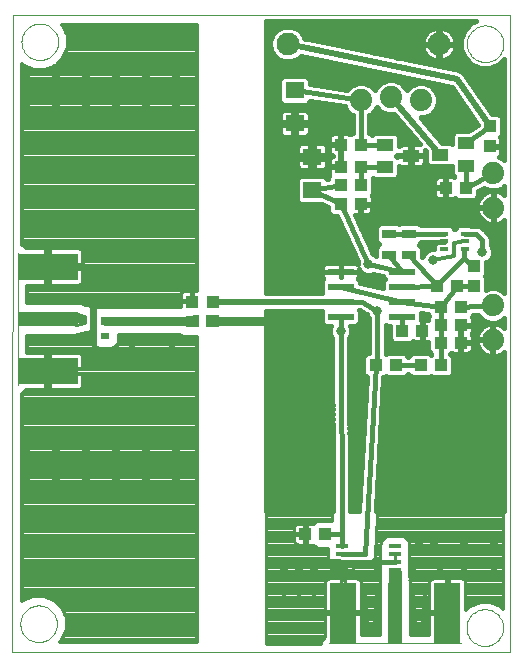
<source format=gtl>
G75*
G70*
%OFA0B0*%
%FSLAX24Y24*%
%IPPOS*%
%LPD*%
%AMOC8*
5,1,8,0,0,1.08239X$1,22.5*
%
%ADD10C,0.0000*%
%ADD11R,0.0472X0.0315*%
%ADD12R,0.0433X0.0394*%
%ADD13R,0.0276X0.0236*%
%ADD14R,0.0315X0.0315*%
%ADD15R,0.0630X0.0551*%
%ADD16C,0.0740*%
%ADD17R,0.2000X0.0450*%
%ADD18R,0.2000X0.0900*%
%ADD19C,0.0760*%
%ADD20R,0.0870X0.0240*%
%ADD21R,0.0551X0.0394*%
%ADD22R,0.0276X0.0157*%
%ADD23R,0.0394X0.0433*%
%ADD24R,0.0433X0.0157*%
%ADD25R,0.0450X0.2000*%
%ADD26R,0.0900X0.2000*%
%ADD27C,0.0160*%
%ADD28C,0.0317*%
%ADD29C,0.0120*%
%ADD30C,0.0100*%
%ADD31C,0.0140*%
%ADD32C,0.0277*%
%ADD33C,0.0300*%
%ADD34C,0.0110*%
%ADD35C,0.0200*%
D10*
X003680Y003559D02*
X003693Y024777D01*
X020273Y024777D01*
X020280Y003553D01*
X003680Y003559D01*
X003943Y004498D02*
X003945Y004547D01*
X003951Y004596D01*
X003961Y004644D01*
X003974Y004691D01*
X003992Y004737D01*
X004013Y004781D01*
X004037Y004824D01*
X004065Y004864D01*
X004096Y004903D01*
X004130Y004938D01*
X004167Y004971D01*
X004206Y005000D01*
X004248Y005026D01*
X004291Y005049D01*
X004337Y005068D01*
X004383Y005084D01*
X004431Y005096D01*
X004479Y005104D01*
X004528Y005108D01*
X004578Y005108D01*
X004627Y005104D01*
X004675Y005096D01*
X004723Y005084D01*
X004769Y005068D01*
X004815Y005049D01*
X004858Y005026D01*
X004900Y005000D01*
X004939Y004971D01*
X004976Y004938D01*
X005010Y004903D01*
X005041Y004864D01*
X005069Y004824D01*
X005093Y004781D01*
X005114Y004737D01*
X005132Y004691D01*
X005145Y004644D01*
X005155Y004596D01*
X005161Y004547D01*
X005163Y004498D01*
X005161Y004449D01*
X005155Y004400D01*
X005145Y004352D01*
X005132Y004305D01*
X005114Y004259D01*
X005093Y004215D01*
X005069Y004172D01*
X005041Y004132D01*
X005010Y004093D01*
X004976Y004058D01*
X004939Y004025D01*
X004900Y003996D01*
X004858Y003970D01*
X004815Y003947D01*
X004769Y003928D01*
X004723Y003912D01*
X004675Y003900D01*
X004627Y003892D01*
X004578Y003888D01*
X004528Y003888D01*
X004479Y003892D01*
X004431Y003900D01*
X004383Y003912D01*
X004337Y003928D01*
X004291Y003947D01*
X004248Y003970D01*
X004206Y003996D01*
X004167Y004025D01*
X004130Y004058D01*
X004096Y004093D01*
X004065Y004132D01*
X004037Y004172D01*
X004013Y004215D01*
X003992Y004259D01*
X003974Y004305D01*
X003961Y004352D01*
X003951Y004400D01*
X003945Y004449D01*
X003943Y004498D01*
X003851Y012448D02*
X003851Y016848D01*
X003980Y023893D02*
X003982Y023942D01*
X003988Y023991D01*
X003998Y024039D01*
X004011Y024086D01*
X004029Y024132D01*
X004050Y024176D01*
X004074Y024219D01*
X004102Y024259D01*
X004133Y024298D01*
X004167Y024333D01*
X004204Y024366D01*
X004243Y024395D01*
X004285Y024421D01*
X004328Y024444D01*
X004374Y024463D01*
X004420Y024479D01*
X004468Y024491D01*
X004516Y024499D01*
X004565Y024503D01*
X004615Y024503D01*
X004664Y024499D01*
X004712Y024491D01*
X004760Y024479D01*
X004806Y024463D01*
X004852Y024444D01*
X004895Y024421D01*
X004937Y024395D01*
X004976Y024366D01*
X005013Y024333D01*
X005047Y024298D01*
X005078Y024259D01*
X005106Y024219D01*
X005130Y024176D01*
X005151Y024132D01*
X005169Y024086D01*
X005182Y024039D01*
X005192Y023991D01*
X005198Y023942D01*
X005200Y023893D01*
X005198Y023844D01*
X005192Y023795D01*
X005182Y023747D01*
X005169Y023700D01*
X005151Y023654D01*
X005130Y023610D01*
X005106Y023567D01*
X005078Y023527D01*
X005047Y023488D01*
X005013Y023453D01*
X004976Y023420D01*
X004937Y023391D01*
X004895Y023365D01*
X004852Y023342D01*
X004806Y023323D01*
X004760Y023307D01*
X004712Y023295D01*
X004664Y023287D01*
X004615Y023283D01*
X004565Y023283D01*
X004516Y023287D01*
X004468Y023295D01*
X004420Y023307D01*
X004374Y023323D01*
X004328Y023342D01*
X004285Y023365D01*
X004243Y023391D01*
X004204Y023420D01*
X004167Y023453D01*
X004133Y023488D01*
X004102Y023527D01*
X004074Y023567D01*
X004050Y023610D01*
X004029Y023654D01*
X004011Y023700D01*
X003998Y023747D01*
X003988Y023795D01*
X003982Y023844D01*
X003980Y023893D01*
X018827Y023832D02*
X018829Y023881D01*
X018835Y023930D01*
X018845Y023978D01*
X018858Y024025D01*
X018876Y024071D01*
X018897Y024115D01*
X018921Y024158D01*
X018949Y024198D01*
X018980Y024237D01*
X019014Y024272D01*
X019051Y024305D01*
X019090Y024334D01*
X019132Y024360D01*
X019175Y024383D01*
X019221Y024402D01*
X019267Y024418D01*
X019315Y024430D01*
X019363Y024438D01*
X019412Y024442D01*
X019462Y024442D01*
X019511Y024438D01*
X019559Y024430D01*
X019607Y024418D01*
X019653Y024402D01*
X019699Y024383D01*
X019742Y024360D01*
X019784Y024334D01*
X019823Y024305D01*
X019860Y024272D01*
X019894Y024237D01*
X019925Y024198D01*
X019953Y024158D01*
X019977Y024115D01*
X019998Y024071D01*
X020016Y024025D01*
X020029Y023978D01*
X020039Y023930D01*
X020045Y023881D01*
X020047Y023832D01*
X020045Y023783D01*
X020039Y023734D01*
X020029Y023686D01*
X020016Y023639D01*
X019998Y023593D01*
X019977Y023549D01*
X019953Y023506D01*
X019925Y023466D01*
X019894Y023427D01*
X019860Y023392D01*
X019823Y023359D01*
X019784Y023330D01*
X019742Y023304D01*
X019699Y023281D01*
X019653Y023262D01*
X019607Y023246D01*
X019559Y023234D01*
X019511Y023226D01*
X019462Y023222D01*
X019412Y023222D01*
X019363Y023226D01*
X019315Y023234D01*
X019267Y023246D01*
X019221Y023262D01*
X019175Y023281D01*
X019132Y023304D01*
X019090Y023330D01*
X019051Y023359D01*
X019014Y023392D01*
X018980Y023427D01*
X018949Y023466D01*
X018921Y023506D01*
X018897Y023549D01*
X018876Y023593D01*
X018858Y023639D01*
X018845Y023686D01*
X018835Y023734D01*
X018829Y023783D01*
X018827Y023832D01*
X018815Y004369D02*
X018817Y004418D01*
X018823Y004467D01*
X018833Y004515D01*
X018846Y004562D01*
X018864Y004608D01*
X018885Y004652D01*
X018909Y004695D01*
X018937Y004735D01*
X018968Y004774D01*
X019002Y004809D01*
X019039Y004842D01*
X019078Y004871D01*
X019120Y004897D01*
X019163Y004920D01*
X019209Y004939D01*
X019255Y004955D01*
X019303Y004967D01*
X019351Y004975D01*
X019400Y004979D01*
X019450Y004979D01*
X019499Y004975D01*
X019547Y004967D01*
X019595Y004955D01*
X019641Y004939D01*
X019687Y004920D01*
X019730Y004897D01*
X019772Y004871D01*
X019811Y004842D01*
X019848Y004809D01*
X019882Y004774D01*
X019913Y004735D01*
X019941Y004695D01*
X019965Y004652D01*
X019986Y004608D01*
X020004Y004562D01*
X020017Y004515D01*
X020027Y004467D01*
X020033Y004418D01*
X020035Y004369D01*
X020033Y004320D01*
X020027Y004271D01*
X020017Y004223D01*
X020004Y004176D01*
X019986Y004130D01*
X019965Y004086D01*
X019941Y004043D01*
X019913Y004003D01*
X019882Y003964D01*
X019848Y003929D01*
X019811Y003896D01*
X019772Y003867D01*
X019730Y003841D01*
X019687Y003818D01*
X019641Y003799D01*
X019595Y003783D01*
X019547Y003771D01*
X019499Y003763D01*
X019450Y003759D01*
X019400Y003759D01*
X019351Y003763D01*
X019303Y003771D01*
X019255Y003783D01*
X019209Y003799D01*
X019163Y003818D01*
X019120Y003841D01*
X019078Y003867D01*
X019039Y003896D01*
X019002Y003929D01*
X018968Y003964D01*
X018937Y004003D01*
X018909Y004043D01*
X018885Y004086D01*
X018864Y004130D01*
X018846Y004176D01*
X018833Y004223D01*
X018823Y004271D01*
X018817Y004320D01*
X018815Y004369D01*
X018635Y003851D02*
X014235Y003851D01*
D11*
X016233Y016786D03*
X016233Y017495D03*
X016898Y017492D03*
X016898Y016783D03*
D12*
X017843Y015740D03*
X018512Y015740D03*
X018628Y015056D03*
X018627Y014448D03*
X018628Y013871D03*
X017959Y013871D03*
X017958Y014448D03*
X017959Y015056D03*
X017346Y014253D03*
X016677Y014253D03*
X016459Y013111D03*
X015790Y013111D03*
X017290Y013111D03*
X017959Y013111D03*
X015291Y018485D03*
X015289Y019113D03*
X015287Y019726D03*
X014618Y019726D03*
X014620Y019113D03*
X014622Y018485D03*
X014625Y020472D03*
X015294Y020472D03*
X018123Y019030D03*
X018792Y019030D03*
X010350Y015237D03*
G36*
X010560Y014382D02*
X010129Y014381D01*
X010128Y014774D01*
X010559Y014775D01*
X010560Y014382D01*
G37*
G36*
X009890Y014380D02*
X009459Y014379D01*
X009458Y014772D01*
X009889Y014773D01*
X009890Y014380D01*
G37*
X009681Y015237D03*
X013442Y007487D03*
X014111Y007487D03*
D13*
X006780Y014100D03*
X005989Y014100D03*
X005989Y014616D03*
D14*
X006780Y014577D03*
D15*
X013087Y021175D03*
X013087Y022278D03*
X013667Y020063D03*
X013667Y018960D03*
D16*
X015297Y021947D03*
X016297Y022047D03*
X017297Y021947D03*
X019706Y019512D03*
X019706Y018372D03*
X019696Y015106D03*
X019696Y013966D03*
D17*
X004861Y014648D03*
D18*
X004861Y016388D03*
X004861Y012908D03*
D19*
X012857Y023819D03*
X017897Y023819D03*
D20*
X016677Y016238D03*
X016677Y015738D03*
X016677Y015238D03*
X016677Y014738D03*
X014617Y014738D03*
X014617Y015238D03*
X014617Y015738D03*
X014617Y016238D03*
D21*
X016098Y019724D03*
X016098Y020472D03*
X016964Y020098D03*
X017927Y020136D03*
X018793Y020510D03*
X018793Y019762D03*
D22*
X018749Y017496D03*
X018749Y017240D03*
X018749Y016984D03*
X018080Y016984D03*
X018080Y017240D03*
X018080Y017496D03*
D23*
X019076Y016409D03*
X019076Y015740D03*
X019590Y020409D03*
X019590Y021078D03*
D24*
X016436Y007073D03*
X016436Y006817D03*
X016436Y006561D03*
X016436Y006305D03*
X014664Y006305D03*
X014664Y006561D03*
X014664Y006817D03*
X014664Y007073D03*
D25*
X016435Y004861D03*
D26*
X014695Y004861D03*
X018175Y004861D03*
D27*
X016436Y006561D02*
X014664Y006561D01*
X014664Y006817D02*
X015427Y006817D01*
X015790Y013111D01*
X015848Y013111D02*
X015848Y014926D01*
X015333Y015237D01*
X014617Y015238D01*
X014617Y015738D02*
X016677Y015238D01*
X017959Y015056D01*
X018512Y015740D01*
X019075Y015740D01*
X019076Y015740D01*
X019472Y015761D02*
X020076Y015761D01*
X020076Y015603D02*
X019986Y015603D01*
X020019Y015589D02*
X019809Y015676D01*
X019583Y015676D01*
X019472Y015630D01*
X019472Y016039D01*
X019437Y016075D01*
X019472Y016110D01*
X019472Y016557D01*
X019551Y016590D01*
X019651Y016691D01*
X019706Y016822D01*
X019706Y016965D01*
X019651Y017097D01*
X019628Y017121D01*
X019628Y017288D01*
X019628Y017343D01*
X019628Y017344D01*
X019607Y017395D01*
X019586Y017446D01*
X019585Y017447D01*
X019546Y017486D01*
X019384Y017650D01*
X019345Y017689D01*
X019306Y017728D01*
X019306Y017728D01*
X019305Y017729D01*
X019254Y017750D01*
X019204Y017771D01*
X019203Y017771D01*
X019202Y017772D01*
X019147Y017772D01*
X019092Y017772D01*
X019092Y017772D01*
X018973Y017772D01*
X018970Y017775D01*
X018529Y017775D01*
X018415Y017661D01*
X018301Y017775D01*
X018138Y017775D01*
X018135Y017776D01*
X017293Y017773D01*
X017217Y017849D01*
X016579Y017849D01*
X016566Y017837D01*
X016552Y017852D01*
X015913Y017852D01*
X015796Y017735D01*
X015796Y017254D01*
X015910Y017140D01*
X015796Y017026D01*
X015796Y016744D01*
X015750Y016790D01*
X015706Y016808D01*
X015105Y018108D01*
X015273Y018108D01*
X015273Y018466D01*
X015310Y018466D01*
X015310Y018503D01*
X015688Y018503D01*
X015688Y018705D01*
X015676Y018751D01*
X015657Y018784D01*
X015706Y018833D01*
X015706Y019360D01*
X015739Y019327D01*
X016456Y019327D01*
X016573Y019444D01*
X016573Y019761D01*
X016578Y019757D01*
X016619Y019733D01*
X016665Y019721D01*
X016946Y019721D01*
X016946Y020079D01*
X016982Y020079D01*
X016982Y019721D01*
X017263Y019721D01*
X017309Y019733D01*
X017350Y019757D01*
X017384Y019790D01*
X017407Y019831D01*
X017420Y019877D01*
X017420Y020079D01*
X016982Y020079D01*
X016982Y020116D01*
X016946Y020116D01*
X016946Y020474D01*
X016665Y020474D01*
X016619Y020462D01*
X016578Y020439D01*
X016573Y020434D01*
X016573Y020751D01*
X016456Y020868D01*
X015739Y020868D01*
X015667Y020796D01*
X015594Y020869D01*
X015575Y020869D01*
X015576Y021445D01*
X015620Y021463D01*
X015780Y021624D01*
X015819Y021718D01*
X015974Y021563D01*
X016183Y021477D01*
X016399Y021477D01*
X016819Y021002D01*
X017256Y020474D01*
X016982Y020474D01*
X016982Y020116D01*
X017420Y020116D01*
X017420Y020277D01*
X017451Y020239D01*
X017451Y019856D01*
X017568Y019739D01*
X018285Y019739D01*
X018317Y019771D01*
X018317Y019482D01*
X018403Y019396D01*
X018363Y019406D01*
X018141Y019406D01*
X018141Y019048D01*
X018105Y019048D01*
X018105Y019406D01*
X017883Y019406D01*
X017837Y019394D01*
X017796Y019371D01*
X017762Y019337D01*
X017739Y019296D01*
X017726Y019250D01*
X017726Y019048D01*
X018105Y019048D01*
X018105Y019011D01*
X018141Y019011D01*
X018141Y018653D01*
X018363Y018653D01*
X018409Y018665D01*
X018442Y018684D01*
X018493Y018633D01*
X019092Y018633D01*
X019209Y018750D01*
X019209Y018933D01*
X019387Y019027D01*
X019592Y018942D01*
X019819Y018942D01*
X020029Y019028D01*
X020075Y019074D01*
X020075Y018780D01*
X020064Y018791D01*
X019994Y018842D01*
X019917Y018881D01*
X019834Y018908D01*
X019749Y018922D01*
X019724Y018922D01*
X019724Y018390D01*
X019687Y018390D01*
X019687Y018353D01*
X019724Y018353D01*
X019724Y017822D01*
X019687Y017822D01*
X019687Y018353D01*
X019156Y018353D01*
X019156Y018328D01*
X019169Y018243D01*
X019196Y018161D01*
X019235Y018083D01*
X019286Y018013D01*
X019347Y017952D01*
X019417Y017901D01*
X019495Y017862D01*
X019577Y017835D01*
X019662Y017822D01*
X017244Y017822D01*
X016898Y017492D02*
X018080Y017496D01*
X018080Y017240D02*
X018074Y017237D01*
X017837Y017237D01*
X017768Y017178D01*
X017525Y017078D01*
X017625Y016985D02*
X017494Y016930D01*
X017393Y016830D01*
X017343Y016709D01*
X017334Y016719D01*
X017334Y017023D01*
X017220Y017137D01*
X017296Y017213D01*
X017762Y017215D01*
X017762Y017166D01*
X017742Y017146D01*
X017742Y016985D01*
X017625Y016985D01*
X017742Y017029D02*
X017328Y017029D01*
X017334Y016871D02*
X017434Y016871D01*
X017344Y016712D02*
X017340Y016712D01*
X016898Y016783D02*
X017843Y015740D01*
X017843Y015793D01*
X018747Y016697D01*
X019034Y016409D01*
X018747Y016697D02*
X018747Y016977D01*
X018749Y016984D01*
X018751Y017492D02*
X019147Y017492D01*
X019348Y017289D01*
X019348Y016894D01*
X019679Y017029D02*
X020075Y017029D01*
X020075Y016871D02*
X019706Y016871D01*
X019660Y016712D02*
X020075Y016712D01*
X020075Y016554D02*
X019472Y016554D01*
X019472Y016395D02*
X020075Y016395D01*
X020075Y016237D02*
X019472Y016237D01*
X019441Y016078D02*
X020075Y016078D01*
X020076Y015920D02*
X019472Y015920D01*
X020019Y015589D02*
X020076Y015532D01*
X020075Y017963D01*
X020064Y017952D01*
X019994Y017901D01*
X019917Y017862D01*
X019834Y017835D01*
X019749Y017822D01*
X020075Y017822D01*
X020075Y017663D02*
X019371Y017663D01*
X019384Y017650D02*
X019384Y017650D01*
X019528Y017505D02*
X020075Y017505D01*
X020075Y017346D02*
X019627Y017346D01*
X019628Y017344D02*
X019628Y017344D01*
X019585Y017447D02*
X019585Y017447D01*
X019628Y017188D02*
X020075Y017188D01*
X019749Y017822D02*
X019724Y017822D01*
X019687Y017822D02*
X019662Y017822D01*
X019687Y017980D02*
X019724Y017980D01*
X019724Y018139D02*
X019687Y018139D01*
X019687Y018297D02*
X019724Y018297D01*
X019687Y018390D02*
X019156Y018390D01*
X019156Y018415D01*
X019169Y018500D01*
X019196Y018583D01*
X019235Y018660D01*
X019286Y018730D01*
X019347Y018791D01*
X019417Y018842D01*
X019495Y018881D01*
X019577Y018908D01*
X019662Y018922D01*
X019687Y018922D01*
X019687Y018390D01*
X019687Y018456D02*
X019724Y018456D01*
X019724Y018614D02*
X019687Y018614D01*
X019687Y018773D02*
X019724Y018773D01*
X019329Y018773D02*
X019209Y018773D01*
X019209Y018931D02*
X020075Y018931D01*
X019706Y019512D02*
X018792Y019030D01*
X018793Y019762D01*
X018317Y019724D02*
X017274Y019724D01*
X017420Y019882D02*
X017451Y019882D01*
X017451Y020041D02*
X017420Y020041D01*
X017420Y020199D02*
X017451Y020199D01*
X017221Y020516D02*
X016573Y020516D01*
X016573Y020675D02*
X017090Y020675D01*
X016958Y020833D02*
X016492Y020833D01*
X016827Y020992D02*
X015575Y020992D01*
X015575Y021150D02*
X016688Y021150D01*
X016548Y021309D02*
X015576Y021309D01*
X015623Y021467D02*
X016408Y021467D01*
X015911Y021626D02*
X015781Y021626D01*
X015297Y021947D02*
X015294Y020472D01*
X016098Y020472D01*
X016479Y020098D02*
X016508Y020127D01*
X016508Y020116D01*
X016946Y020116D01*
X016946Y020079D01*
X016508Y020079D01*
X016508Y020068D01*
X016479Y020098D01*
X016573Y019724D02*
X016654Y019724D01*
X016573Y019565D02*
X018317Y019565D01*
X018392Y019407D02*
X016536Y019407D01*
X016946Y019724D02*
X016982Y019724D01*
X016982Y019882D02*
X016946Y019882D01*
X016946Y020041D02*
X016982Y020041D01*
X016982Y020199D02*
X016946Y020199D01*
X016946Y020358D02*
X016982Y020358D01*
X017606Y020992D02*
X018987Y020992D01*
X018867Y020906D02*
X018434Y020906D01*
X018317Y020789D01*
X018317Y020500D01*
X018285Y020532D01*
X017987Y020532D01*
X017313Y021346D01*
X017311Y021350D01*
X017288Y021377D01*
X017410Y021377D01*
X017620Y021463D01*
X017780Y021624D01*
X017867Y021833D01*
X017867Y022060D01*
X017780Y022270D01*
X017620Y022430D01*
X017410Y022517D01*
X017183Y022517D01*
X016974Y022430D01*
X016819Y022275D01*
X016780Y022370D01*
X016620Y022530D01*
X016410Y022617D01*
X016183Y022617D01*
X015974Y022530D01*
X015813Y022370D01*
X015774Y022275D01*
X015620Y022430D01*
X015410Y022517D01*
X015183Y022517D01*
X014974Y022430D01*
X014842Y022298D01*
X013602Y022484D01*
X013602Y022636D01*
X013484Y022753D01*
X012689Y022753D01*
X012572Y022636D01*
X012572Y021919D01*
X012689Y021802D01*
X013484Y021802D01*
X013600Y021918D01*
X014764Y021743D01*
X014813Y021624D01*
X014974Y021463D01*
X015016Y021446D01*
X015015Y020869D01*
X014995Y020869D01*
X014944Y020818D01*
X014911Y020836D01*
X014865Y020849D01*
X014644Y020849D01*
X014644Y020490D01*
X014607Y020490D01*
X014607Y020453D01*
X014644Y020453D01*
X014644Y020103D01*
X014636Y020103D01*
X014636Y019744D01*
X014600Y019744D01*
X014600Y020095D01*
X014607Y020095D01*
X014607Y020453D01*
X014229Y020453D01*
X014229Y020251D01*
X014241Y020206D01*
X014265Y020164D01*
X014298Y020131D01*
X014339Y020107D01*
X014367Y020100D01*
X014332Y020090D01*
X014291Y020067D01*
X014257Y020033D01*
X014234Y019992D01*
X014221Y019946D01*
X014221Y019744D01*
X014600Y019744D01*
X014600Y019707D01*
X014221Y019707D01*
X014221Y019505D01*
X014234Y019459D01*
X014247Y019436D01*
X014204Y019392D01*
X014204Y019330D01*
X014175Y019325D01*
X014064Y019436D01*
X013269Y019436D01*
X013152Y019319D01*
X013152Y018602D01*
X013269Y018485D01*
X013993Y018485D01*
X014205Y018379D01*
X014205Y018205D01*
X014323Y018088D01*
X014497Y018088D01*
X015196Y016577D01*
X015188Y016558D01*
X015188Y016476D01*
X015162Y016502D01*
X015121Y016525D01*
X015075Y016538D01*
X014617Y016538D01*
X014617Y016238D01*
X014617Y016238D01*
X015232Y016238D01*
X015232Y016311D01*
X015243Y016284D01*
X015344Y016183D01*
X015475Y016128D01*
X015618Y016128D01*
X015696Y016161D01*
X016042Y016087D01*
X016042Y016035D01*
X016089Y015988D01*
X016042Y015940D01*
X016042Y015680D01*
X015252Y015872D01*
X015252Y015940D01*
X015190Y016002D01*
X015196Y016007D01*
X015219Y016048D01*
X015232Y016094D01*
X015232Y016238D01*
X014617Y016238D01*
X014617Y016238D01*
X014617Y016538D01*
X014158Y016538D01*
X014112Y016525D01*
X014071Y016502D01*
X014038Y016468D01*
X014014Y016427D01*
X014002Y016381D01*
X014002Y016238D01*
X014617Y016238D01*
X014617Y016238D01*
X014617Y016058D01*
X014617Y016058D01*
X014617Y016238D01*
X014617Y016238D01*
X014002Y016238D01*
X014002Y016094D01*
X014014Y016048D01*
X014038Y016007D01*
X014043Y016002D01*
X013982Y015940D01*
X013982Y015537D01*
X012696Y015537D01*
X012147Y015537D01*
X012147Y024577D01*
X019118Y024577D01*
X018978Y024519D01*
X018750Y024291D01*
X018626Y023993D01*
X018626Y023670D01*
X018750Y023373D01*
X018978Y023145D01*
X019275Y023021D01*
X019598Y023021D01*
X019896Y023145D01*
X020073Y023322D01*
X020074Y019949D01*
X020029Y019995D01*
X019898Y020049D01*
X019931Y020082D01*
X019955Y020123D01*
X019967Y020168D01*
X019967Y020390D01*
X019609Y020390D01*
X019609Y020427D01*
X019967Y020427D01*
X019967Y020649D01*
X019955Y020695D01*
X019936Y020727D01*
X019987Y020778D01*
X019987Y021377D01*
X019870Y021494D01*
X019666Y021494D01*
X018745Y022815D01*
X018715Y022861D01*
X018711Y022864D01*
X018709Y022867D01*
X018662Y022897D01*
X018616Y022928D01*
X018612Y022929D01*
X018608Y022931D01*
X018554Y022941D01*
X013405Y024012D01*
X013349Y024148D01*
X013186Y024311D01*
X012973Y024399D01*
X012742Y024399D01*
X012529Y024311D01*
X012366Y024148D01*
X012277Y023935D01*
X012277Y023704D01*
X012366Y023491D01*
X012529Y023328D01*
X012742Y023239D01*
X012973Y023239D01*
X013186Y023328D01*
X013283Y023425D01*
X018319Y022377D01*
X019186Y021133D01*
X018867Y020906D01*
X019174Y021150D02*
X017475Y021150D01*
X017343Y021309D02*
X019064Y021309D01*
X018953Y021467D02*
X017623Y021467D01*
X017781Y021626D02*
X018843Y021626D01*
X018732Y021784D02*
X017846Y021784D01*
X017867Y021943D02*
X018622Y021943D01*
X018511Y022101D02*
X017850Y022101D01*
X017784Y022260D02*
X018401Y022260D01*
X018122Y022418D02*
X017631Y022418D01*
X017360Y022577D02*
X016507Y022577D01*
X016598Y022735D02*
X013503Y022735D01*
X013602Y022577D02*
X016087Y022577D01*
X015862Y022418D02*
X015631Y022418D01*
X015835Y022894D02*
X012147Y022894D01*
X012147Y023052D02*
X015073Y023052D01*
X014962Y022418D02*
X014039Y022418D01*
X014491Y021784D02*
X012147Y021784D01*
X012147Y021626D02*
X012728Y021626D01*
X012748Y021631D02*
X012702Y021619D01*
X012661Y021595D01*
X012628Y021562D01*
X012604Y021521D01*
X012592Y021475D01*
X012592Y021233D01*
X013029Y021233D01*
X013029Y021118D01*
X012592Y021118D01*
X012592Y020876D01*
X012604Y020830D01*
X012628Y020789D01*
X012661Y020756D01*
X012702Y020732D01*
X012748Y020720D01*
X013029Y020720D01*
X013029Y021118D01*
X013144Y021118D01*
X013144Y020720D01*
X013425Y020720D01*
X013471Y020732D01*
X013512Y020756D01*
X013546Y020789D01*
X013569Y020830D01*
X013582Y020876D01*
X013582Y021118D01*
X013144Y021118D01*
X013144Y021233D01*
X013029Y021233D01*
X013029Y021631D01*
X012748Y021631D01*
X012592Y021467D02*
X012147Y021467D01*
X012147Y021309D02*
X012592Y021309D01*
X012592Y020992D02*
X012147Y020992D01*
X012147Y021150D02*
X013029Y021150D01*
X013144Y021150D02*
X015015Y021150D01*
X015015Y020992D02*
X013582Y020992D01*
X013570Y020833D02*
X014333Y020833D01*
X014339Y020836D02*
X014298Y020813D01*
X014265Y020779D01*
X014241Y020738D01*
X014229Y020692D01*
X014229Y020490D01*
X014607Y020490D01*
X014607Y020849D01*
X014385Y020849D01*
X014339Y020836D01*
X014229Y020675D02*
X012147Y020675D01*
X012147Y020833D02*
X012603Y020833D01*
X013029Y020833D02*
X013144Y020833D01*
X013144Y020992D02*
X013029Y020992D01*
X013144Y021233D02*
X013582Y021233D01*
X013582Y021475D01*
X013569Y021521D01*
X013546Y021562D01*
X013512Y021595D01*
X013471Y021619D01*
X013425Y021631D01*
X013144Y021631D01*
X013144Y021233D01*
X013144Y021309D02*
X013029Y021309D01*
X013029Y021467D02*
X013144Y021467D01*
X013144Y021626D02*
X013029Y021626D01*
X013445Y021626D02*
X014813Y021626D01*
X014970Y021467D02*
X013582Y021467D01*
X013582Y021309D02*
X015016Y021309D01*
X014959Y020833D02*
X014917Y020833D01*
X014644Y020833D02*
X014607Y020833D01*
X014607Y020675D02*
X014644Y020675D01*
X014644Y020516D02*
X014607Y020516D01*
X014607Y020358D02*
X014644Y020358D01*
X014644Y020199D02*
X014607Y020199D01*
X014600Y020041D02*
X014636Y020041D01*
X014636Y019882D02*
X014600Y019882D01*
X014600Y019724D02*
X014151Y019724D01*
X014149Y019718D02*
X014162Y019764D01*
X014162Y020005D01*
X013724Y020005D01*
X013724Y019607D01*
X014005Y019607D01*
X014051Y019619D01*
X014092Y019643D01*
X014126Y019677D01*
X014149Y019718D01*
X014162Y019882D02*
X014221Y019882D01*
X014265Y020041D02*
X013724Y020041D01*
X013724Y020005D02*
X013724Y020121D01*
X013609Y020121D01*
X013609Y020518D01*
X013328Y020518D01*
X013282Y020506D01*
X013241Y020482D01*
X013208Y020449D01*
X013184Y020408D01*
X013172Y020362D01*
X013172Y020121D01*
X013609Y020121D01*
X013609Y020005D01*
X013724Y020005D01*
X013609Y020005D02*
X013609Y019607D01*
X013328Y019607D01*
X013282Y019619D01*
X013241Y019643D01*
X013208Y019677D01*
X013184Y019718D01*
X013172Y019764D01*
X013172Y020005D01*
X013609Y020005D01*
X013609Y020041D02*
X012147Y020041D01*
X012147Y020199D02*
X013172Y020199D01*
X013172Y020358D02*
X012147Y020358D01*
X012147Y020516D02*
X013320Y020516D01*
X013609Y020516D02*
X013724Y020516D01*
X013724Y020518D02*
X014005Y020518D01*
X014051Y020506D01*
X014092Y020482D01*
X014126Y020449D01*
X014149Y020408D01*
X014162Y020362D01*
X014162Y020121D01*
X013724Y020121D01*
X013724Y020518D01*
X013724Y020358D02*
X013609Y020358D01*
X013609Y020199D02*
X013724Y020199D01*
X013724Y019882D02*
X013609Y019882D01*
X013609Y019724D02*
X013724Y019724D01*
X014094Y019407D02*
X014218Y019407D01*
X014221Y019565D02*
X012147Y019565D01*
X012147Y019407D02*
X013239Y019407D01*
X013152Y019248D02*
X012147Y019248D01*
X012147Y019090D02*
X013152Y019090D01*
X013152Y018931D02*
X012147Y018931D01*
X012147Y018773D02*
X013152Y018773D01*
X013152Y018614D02*
X012147Y018614D01*
X012147Y018456D02*
X014052Y018456D01*
X014205Y018297D02*
X012147Y018297D01*
X012147Y018139D02*
X014272Y018139D01*
X014547Y017980D02*
X012147Y017980D01*
X012147Y017822D02*
X014620Y017822D01*
X014694Y017663D02*
X012147Y017663D01*
X012147Y017505D02*
X014767Y017505D01*
X014840Y017346D02*
X012147Y017346D01*
X012147Y017188D02*
X014914Y017188D01*
X014987Y017029D02*
X012147Y017029D01*
X012147Y016871D02*
X015060Y016871D01*
X015134Y016712D02*
X012147Y016712D01*
X012147Y016554D02*
X015188Y016554D01*
X015232Y016237D02*
X015290Y016237D01*
X015227Y016078D02*
X016042Y016078D01*
X016042Y015920D02*
X015252Y015920D01*
X015557Y016477D02*
X015547Y016487D01*
X014622Y018485D01*
X013667Y018960D01*
X014620Y019113D01*
X015289Y019113D02*
X015287Y019726D01*
X016098Y019724D01*
X015706Y019248D02*
X017726Y019248D01*
X017726Y019090D02*
X015706Y019090D01*
X015706Y018931D02*
X017726Y018931D01*
X017726Y019011D02*
X017726Y018809D01*
X017739Y018763D01*
X017762Y018722D01*
X017796Y018689D01*
X017837Y018665D01*
X017883Y018653D01*
X018105Y018653D01*
X018105Y019011D01*
X017726Y019011D01*
X017736Y018773D02*
X015663Y018773D01*
X015688Y018614D02*
X019212Y018614D01*
X019162Y018456D02*
X015688Y018456D01*
X015688Y018466D02*
X015310Y018466D01*
X015310Y018108D01*
X015532Y018108D01*
X015577Y018120D01*
X015618Y018144D01*
X015652Y018177D01*
X015676Y018218D01*
X015688Y018264D01*
X015688Y018466D01*
X015688Y018297D02*
X019161Y018297D01*
X019207Y018139D02*
X015610Y018139D01*
X015310Y018139D02*
X015273Y018139D01*
X015273Y018297D02*
X015310Y018297D01*
X015310Y018456D02*
X015273Y018456D01*
X015164Y017980D02*
X019319Y017980D01*
X018417Y017663D02*
X018412Y017663D01*
X017762Y017188D02*
X017270Y017188D01*
X016898Y017492D02*
X016233Y017495D01*
X015796Y017505D02*
X015384Y017505D01*
X015311Y017663D02*
X015796Y017663D01*
X015883Y017822D02*
X015237Y017822D01*
X015457Y017346D02*
X015796Y017346D01*
X015863Y017188D02*
X015531Y017188D01*
X015604Y017029D02*
X015799Y017029D01*
X015796Y016871D02*
X015677Y016871D01*
X015557Y016477D02*
X016677Y016238D01*
X016233Y016786D01*
X016042Y015761D02*
X015707Y015761D01*
X015254Y014957D02*
X015511Y014802D01*
X015544Y014723D01*
X015568Y014699D01*
X015568Y013507D01*
X015491Y013507D01*
X015373Y013390D01*
X015373Y012831D01*
X015487Y012718D01*
X015229Y008247D01*
X014929Y008247D01*
X014896Y014021D01*
X014918Y014044D01*
X014973Y014175D01*
X014973Y014318D01*
X014932Y014418D01*
X015134Y014418D01*
X015252Y014535D01*
X015252Y014940D01*
X015235Y014957D01*
X015254Y014957D01*
X015252Y014810D02*
X015497Y014810D01*
X015568Y014652D02*
X015252Y014652D01*
X015210Y014493D02*
X015568Y014493D01*
X015568Y014335D02*
X014966Y014335D01*
X014973Y014176D02*
X015568Y014176D01*
X015568Y014018D02*
X014896Y014018D01*
X014897Y013859D02*
X015568Y013859D01*
X015568Y013701D02*
X014898Y013701D01*
X014899Y013542D02*
X015568Y013542D01*
X015373Y013384D02*
X014900Y013384D01*
X014900Y013225D02*
X015373Y013225D01*
X015373Y013067D02*
X014901Y013067D01*
X014902Y012908D02*
X015373Y012908D01*
X015455Y012750D02*
X014903Y012750D01*
X014904Y012591D02*
X015480Y012591D01*
X015470Y012433D02*
X014905Y012433D01*
X014906Y012274D02*
X015461Y012274D01*
X015452Y012116D02*
X014907Y012116D01*
X014908Y011957D02*
X015443Y011957D01*
X015434Y011799D02*
X014909Y011799D01*
X014910Y011640D02*
X015425Y011640D01*
X015415Y011482D02*
X014911Y011482D01*
X014912Y011323D02*
X015406Y011323D01*
X015397Y011165D02*
X014912Y011165D01*
X014913Y011006D02*
X015388Y011006D01*
X015379Y010848D02*
X014914Y010848D01*
X014915Y010689D02*
X015370Y010689D01*
X015361Y010531D02*
X014916Y010531D01*
X014917Y010372D02*
X015351Y010372D01*
X015342Y010214D02*
X014918Y010214D01*
X014919Y010055D02*
X015333Y010055D01*
X015324Y009897D02*
X014920Y009897D01*
X014921Y009738D02*
X015315Y009738D01*
X015306Y009580D02*
X014922Y009580D01*
X014923Y009421D02*
X015297Y009421D01*
X015287Y009263D02*
X014924Y009263D01*
X014924Y009104D02*
X015278Y009104D01*
X015269Y008946D02*
X014925Y008946D01*
X014926Y008787D02*
X015260Y008787D01*
X015251Y008629D02*
X014927Y008629D01*
X014928Y008470D02*
X015242Y008470D01*
X015232Y008312D02*
X014929Y008312D01*
X014369Y008312D02*
X012147Y008312D01*
X012147Y008247D02*
X014369Y008247D01*
X014336Y014018D01*
X012147Y014018D01*
X012147Y014176D02*
X014256Y014176D01*
X014256Y014175D02*
X014311Y014044D01*
X014336Y014018D01*
X014337Y013859D02*
X012147Y013859D01*
X012147Y013701D02*
X014338Y013701D01*
X014339Y013542D02*
X012147Y013542D01*
X012147Y013384D02*
X014340Y013384D01*
X014340Y013225D02*
X012147Y013225D01*
X012147Y013067D02*
X014341Y013067D01*
X014342Y012908D02*
X012147Y012908D01*
X012147Y012750D02*
X014343Y012750D01*
X014344Y012591D02*
X012147Y012591D01*
X012147Y012433D02*
X014345Y012433D01*
X014346Y012274D02*
X012147Y012274D01*
X012147Y012116D02*
X014347Y012116D01*
X014348Y011957D02*
X012147Y011957D01*
X012147Y011799D02*
X014349Y011799D01*
X014350Y011640D02*
X012147Y011640D01*
X012147Y011482D02*
X014351Y011482D01*
X014352Y011323D02*
X012147Y011323D01*
X012147Y011165D02*
X014352Y011165D01*
X014353Y011006D02*
X012147Y011006D01*
X012147Y010848D02*
X014354Y010848D01*
X014355Y010689D02*
X012147Y010689D01*
X012147Y010531D02*
X014356Y010531D01*
X014357Y010372D02*
X012147Y010372D01*
X012147Y010214D02*
X014358Y010214D01*
X014359Y010055D02*
X012147Y010055D01*
X012147Y009897D02*
X014360Y009897D01*
X014361Y009738D02*
X012147Y009738D01*
X012147Y009580D02*
X014362Y009580D01*
X014363Y009421D02*
X012147Y009421D01*
X012147Y009263D02*
X014364Y009263D01*
X014364Y009104D02*
X012147Y009104D01*
X012147Y008946D02*
X014365Y008946D01*
X014366Y008787D02*
X012147Y008787D01*
X012147Y008629D02*
X014367Y008629D01*
X014368Y008470D02*
X012147Y008470D01*
X012147Y008247D02*
X012147Y014937D01*
X012637Y014937D01*
X012637Y014937D01*
X012696Y014937D01*
X012756Y014937D01*
X012756Y014937D01*
X013982Y014937D01*
X013982Y014535D01*
X014099Y014418D01*
X014297Y014418D01*
X014256Y014318D01*
X014256Y014175D01*
X014263Y014335D02*
X012147Y014335D01*
X012147Y014493D02*
X014023Y014493D01*
X013982Y014652D02*
X012147Y014652D01*
X012147Y014810D02*
X013982Y014810D01*
X014617Y014738D02*
X014615Y014247D01*
X014654Y007488D01*
X014111Y007487D01*
X014654Y007488D02*
X014664Y007073D01*
X015790Y008247D02*
X016048Y012714D01*
X016089Y012714D01*
X016125Y012749D01*
X016160Y012714D01*
X016759Y012714D01*
X016875Y012830D01*
X016991Y012714D01*
X017589Y012714D01*
X017625Y012749D01*
X017660Y012714D01*
X018259Y012714D01*
X018376Y012831D01*
X018376Y013390D01*
X018275Y013491D01*
X018309Y013525D01*
X018342Y013506D01*
X018388Y013494D01*
X018609Y013494D01*
X018609Y013852D01*
X018646Y013852D01*
X018646Y013494D01*
X018868Y013494D01*
X018914Y013506D01*
X018955Y013530D01*
X018988Y013563D01*
X019012Y013604D01*
X019024Y013650D01*
X019024Y013852D01*
X018646Y013852D01*
X018646Y013889D01*
X018609Y013889D01*
X018609Y014248D01*
X018609Y014430D01*
X018646Y014430D01*
X018646Y014466D01*
X019024Y014466D01*
X019024Y014669D01*
X019012Y014714D01*
X019001Y014733D01*
X019044Y014776D01*
X019044Y014795D01*
X019205Y014802D01*
X019213Y014783D01*
X019373Y014623D01*
X019583Y014536D01*
X019809Y014536D01*
X020019Y014623D01*
X020076Y014680D01*
X020076Y014363D01*
X020054Y014385D01*
X019984Y014436D01*
X019907Y014475D01*
X019825Y014502D01*
X019739Y014516D01*
X019714Y014516D01*
X019714Y013984D01*
X019678Y013984D01*
X019678Y014516D01*
X019653Y014516D01*
X019567Y014502D01*
X019485Y014475D01*
X019408Y014436D01*
X019338Y014385D01*
X019276Y014324D01*
X019226Y014254D01*
X019186Y014177D01*
X019159Y014095D01*
X019146Y014009D01*
X019146Y013984D01*
X019678Y013984D01*
X019678Y013947D01*
X019714Y013947D01*
X019714Y013416D01*
X019739Y013416D01*
X019825Y013429D01*
X019907Y013456D01*
X019984Y013495D01*
X020054Y013546D01*
X020076Y013568D01*
X020078Y008247D01*
X015790Y008247D01*
X015793Y008312D02*
X020078Y008312D01*
X020078Y008470D02*
X015803Y008470D01*
X015812Y008629D02*
X020078Y008629D01*
X020078Y008787D02*
X015821Y008787D01*
X015830Y008946D02*
X020078Y008946D01*
X020078Y009104D02*
X015839Y009104D01*
X015848Y009263D02*
X020078Y009263D01*
X020078Y009421D02*
X015857Y009421D01*
X015867Y009580D02*
X020078Y009580D01*
X020078Y009738D02*
X015876Y009738D01*
X015885Y009897D02*
X020078Y009897D01*
X020077Y010055D02*
X015894Y010055D01*
X015903Y010214D02*
X020077Y010214D01*
X020077Y010372D02*
X015912Y010372D01*
X015922Y010531D02*
X020077Y010531D01*
X020077Y010689D02*
X015931Y010689D01*
X015940Y010848D02*
X020077Y010848D01*
X020077Y011006D02*
X015949Y011006D01*
X015958Y011165D02*
X020077Y011165D01*
X020077Y011323D02*
X015967Y011323D01*
X015976Y011482D02*
X020077Y011482D01*
X020077Y011640D02*
X015986Y011640D01*
X015995Y011799D02*
X020077Y011799D01*
X020077Y011957D02*
X016004Y011957D01*
X016013Y012116D02*
X020077Y012116D01*
X020077Y012274D02*
X016022Y012274D01*
X016031Y012433D02*
X020077Y012433D01*
X020077Y012591D02*
X016040Y012591D01*
X016459Y013111D02*
X017290Y013111D01*
X017625Y013472D02*
X017589Y013507D01*
X016991Y013507D01*
X016875Y013392D01*
X016759Y013507D01*
X016160Y013507D01*
X016128Y013475D01*
X016128Y014449D01*
X016159Y014418D01*
X016260Y014418D01*
X016260Y013973D01*
X016377Y013856D01*
X016976Y013856D01*
X017027Y013907D01*
X017060Y013888D01*
X017106Y013876D01*
X017328Y013876D01*
X017328Y014234D01*
X017365Y014234D01*
X017365Y013876D01*
X017542Y013876D01*
X017542Y013591D01*
X017643Y013490D01*
X017625Y013472D01*
X017591Y013542D02*
X016128Y013542D01*
X016128Y013701D02*
X017542Y013701D01*
X017542Y013859D02*
X016980Y013859D01*
X017328Y014018D02*
X017365Y014018D01*
X017365Y014176D02*
X017328Y014176D01*
X017328Y014271D02*
X017328Y014629D01*
X017312Y014629D01*
X017312Y014865D01*
X017542Y014832D01*
X017542Y014776D01*
X017566Y014752D01*
X017541Y014728D01*
X017541Y014629D01*
X017365Y014629D01*
X017365Y014271D01*
X017328Y014271D01*
X017328Y014335D02*
X017365Y014335D01*
X017365Y014493D02*
X017328Y014493D01*
X017312Y014652D02*
X017541Y014652D01*
X017542Y014810D02*
X017312Y014810D01*
X016677Y014738D02*
X016677Y014253D01*
X016260Y014176D02*
X016128Y014176D01*
X016128Y014018D02*
X016260Y014018D01*
X016374Y013859D02*
X016128Y013859D01*
X016128Y014335D02*
X016260Y014335D01*
X016677Y015738D02*
X017843Y015740D01*
X017959Y015056D02*
X017958Y014448D01*
X017959Y013871D01*
X017959Y013111D01*
X018376Y013067D02*
X020076Y013067D01*
X020076Y013225D02*
X018376Y013225D01*
X018376Y013384D02*
X020076Y013384D01*
X020076Y013542D02*
X020049Y013542D01*
X019714Y013542D02*
X019678Y013542D01*
X019678Y013416D02*
X019678Y013947D01*
X019146Y013947D01*
X019146Y013922D01*
X019159Y013837D01*
X019186Y013755D01*
X019226Y013677D01*
X019276Y013607D01*
X019338Y013546D01*
X019408Y013495D01*
X019485Y013456D01*
X019567Y013429D01*
X019653Y013416D01*
X019678Y013416D01*
X019678Y013701D02*
X019714Y013701D01*
X019714Y013859D02*
X019678Y013859D01*
X019678Y014018D02*
X019714Y014018D01*
X019714Y014176D02*
X019678Y014176D01*
X019678Y014335D02*
X019714Y014335D01*
X019714Y014493D02*
X019678Y014493D01*
X019539Y014493D02*
X019024Y014493D01*
X019024Y014430D02*
X018646Y014430D01*
X018646Y014071D01*
X018646Y013889D01*
X019024Y013889D01*
X019024Y014091D01*
X019012Y014137D01*
X018999Y014160D01*
X019012Y014182D01*
X019024Y014227D01*
X019024Y014430D01*
X019024Y014335D02*
X019287Y014335D01*
X019186Y014176D02*
X019008Y014176D01*
X019024Y014018D02*
X019147Y014018D01*
X019156Y013859D02*
X018646Y013859D01*
X018646Y013701D02*
X018609Y013701D01*
X018609Y013542D02*
X018646Y013542D01*
X018967Y013542D02*
X019343Y013542D01*
X019214Y013701D02*
X019024Y013701D01*
X018646Y014018D02*
X018609Y014018D01*
X018646Y014071D02*
X018646Y014071D01*
X018646Y014176D02*
X018609Y014176D01*
X018609Y014248D02*
X018609Y014248D01*
X018609Y014335D02*
X018646Y014335D01*
X019024Y014652D02*
X019344Y014652D01*
X019853Y014493D02*
X020076Y014493D01*
X020076Y014652D02*
X020048Y014652D01*
X019696Y015106D02*
X018628Y015056D01*
X018376Y012908D02*
X020077Y012908D01*
X020077Y012750D02*
X018295Y012750D01*
X016955Y012750D02*
X016795Y012750D01*
X013982Y015603D02*
X012147Y015603D01*
X012147Y015761D02*
X013982Y015761D01*
X013982Y015920D02*
X012147Y015920D01*
X012147Y016078D02*
X014006Y016078D01*
X014002Y016237D02*
X012147Y016237D01*
X012147Y016395D02*
X014005Y016395D01*
X014617Y016395D02*
X014617Y016395D01*
X014617Y016237D02*
X014617Y016237D01*
X014617Y016078D02*
X014617Y016078D01*
X012782Y014578D02*
X012735Y014318D01*
X013182Y019724D02*
X012147Y019724D01*
X012147Y019882D02*
X013172Y019882D01*
X014014Y020516D02*
X014229Y020516D01*
X014229Y020358D02*
X014162Y020358D01*
X014162Y020199D02*
X014244Y020199D01*
X015629Y020833D02*
X015704Y020833D01*
X015297Y021947D02*
X013087Y022278D01*
X012572Y022260D02*
X012147Y022260D01*
X012147Y022418D02*
X012572Y022418D01*
X012572Y022577D02*
X012147Y022577D01*
X012147Y022735D02*
X012671Y022735D01*
X012572Y022101D02*
X012147Y022101D01*
X012147Y021943D02*
X012572Y021943D01*
X012147Y023211D02*
X014311Y023211D01*
X014209Y023845D02*
X017337Y023845D01*
X017337Y023838D02*
X017878Y023838D01*
X017878Y023801D01*
X017337Y023801D01*
X017337Y023775D01*
X017350Y023688D01*
X017378Y023604D01*
X017418Y023526D01*
X017470Y023455D01*
X017532Y023392D01*
X017603Y023340D01*
X017682Y023300D01*
X017766Y023273D01*
X017853Y023259D01*
X017878Y023259D01*
X017878Y023801D01*
X017915Y023801D01*
X017915Y023259D01*
X017941Y023259D01*
X018028Y023273D01*
X018112Y023300D01*
X018190Y023340D01*
X018261Y023392D01*
X018324Y023455D01*
X018376Y023526D01*
X018416Y023604D01*
X018443Y023688D01*
X018457Y023775D01*
X018457Y023801D01*
X017915Y023801D01*
X017915Y023838D01*
X017878Y023838D01*
X017878Y024379D01*
X017853Y024379D01*
X017766Y024366D01*
X017682Y024338D01*
X017603Y024298D01*
X017532Y024247D01*
X017470Y024184D01*
X017418Y024113D01*
X017378Y024034D01*
X017350Y023951D01*
X017337Y023863D01*
X017337Y023838D01*
X017351Y023686D02*
X014971Y023686D01*
X015734Y023528D02*
X017417Y023528D01*
X017564Y023369D02*
X016496Y023369D01*
X017258Y023211D02*
X018912Y023211D01*
X018753Y023369D02*
X018230Y023369D01*
X018377Y023528D02*
X018686Y023528D01*
X018626Y023686D02*
X018442Y023686D01*
X018457Y023838D02*
X018457Y023863D01*
X018443Y023951D01*
X018416Y024034D01*
X018376Y024113D01*
X018324Y024184D01*
X018261Y024247D01*
X018190Y024298D01*
X018112Y024338D01*
X018028Y024366D01*
X017941Y024379D01*
X017915Y024379D01*
X017915Y023838D01*
X018457Y023838D01*
X018457Y023845D02*
X018626Y023845D01*
X018631Y024003D02*
X018426Y024003D01*
X018340Y024162D02*
X018696Y024162D01*
X018779Y024320D02*
X018147Y024320D01*
X017915Y024320D02*
X017878Y024320D01*
X017878Y024162D02*
X017915Y024162D01*
X017915Y024003D02*
X017878Y024003D01*
X017878Y023845D02*
X017915Y023845D01*
X017915Y023686D02*
X017878Y023686D01*
X017878Y023528D02*
X017915Y023528D01*
X017915Y023369D02*
X017878Y023369D01*
X018020Y023052D02*
X019201Y023052D01*
X019672Y023052D02*
X020073Y023052D01*
X020073Y022894D02*
X018667Y022894D01*
X018801Y022735D02*
X020073Y022735D01*
X020073Y022577D02*
X018911Y022577D01*
X019022Y022418D02*
X020073Y022418D01*
X020073Y022260D02*
X019132Y022260D01*
X019243Y022101D02*
X020074Y022101D01*
X020074Y021943D02*
X019353Y021943D01*
X019464Y021784D02*
X020074Y021784D01*
X020074Y021626D02*
X019574Y021626D01*
X019897Y021467D02*
X020074Y021467D01*
X020074Y021309D02*
X019987Y021309D01*
X019987Y021150D02*
X020074Y021150D01*
X020074Y020992D02*
X019987Y020992D01*
X019987Y020833D02*
X020074Y020833D01*
X020074Y020675D02*
X019960Y020675D01*
X019967Y020516D02*
X020074Y020516D01*
X020074Y020358D02*
X019967Y020358D01*
X019967Y020199D02*
X020074Y020199D01*
X020074Y020041D02*
X019918Y020041D01*
X019590Y021078D02*
X018793Y020510D01*
X018317Y020516D02*
X018301Y020516D01*
X018317Y020675D02*
X017869Y020675D01*
X017738Y020833D02*
X018361Y020833D01*
X016962Y022418D02*
X016731Y022418D01*
X017368Y024003D02*
X013447Y024003D01*
X013335Y024162D02*
X017453Y024162D01*
X017646Y024320D02*
X013164Y024320D01*
X012551Y024320D02*
X012147Y024320D01*
X012147Y024162D02*
X012379Y024162D01*
X012306Y024003D02*
X012147Y024003D01*
X012147Y023845D02*
X012277Y023845D01*
X012285Y023686D02*
X012147Y023686D01*
X012147Y023528D02*
X012350Y023528D01*
X012487Y023369D02*
X012147Y023369D01*
X013227Y023369D02*
X013549Y023369D01*
X012147Y024479D02*
X018938Y024479D01*
X019962Y023211D02*
X020073Y023211D01*
X018141Y019248D02*
X018105Y019248D01*
X018105Y019090D02*
X018141Y019090D01*
X018141Y018931D02*
X018105Y018931D01*
X018105Y018773D02*
X018141Y018773D01*
X006383Y015123D02*
X006383Y013728D01*
X006260Y013868D02*
X006351Y014342D01*
X006361Y014232D02*
X006292Y014210D01*
X005839Y014133D01*
X005620Y014066D01*
X005700Y014046D02*
X006001Y014106D01*
X005989Y014100D02*
X005845Y013924D01*
X005700Y014046D01*
X005710Y014022D02*
X006260Y013868D01*
X006292Y014210D02*
X005710Y014022D01*
X006374Y014884D02*
X006390Y014997D01*
D28*
X014615Y014247D03*
X015848Y014926D03*
X015547Y016487D03*
X017697Y016627D03*
X019348Y016894D03*
D29*
X019076Y016409D02*
X019034Y016409D01*
X018407Y016767D02*
X018407Y017177D01*
X018749Y017240D01*
X018407Y016767D02*
X017697Y016627D01*
D30*
X018751Y017492D02*
X018749Y017496D01*
X015848Y013111D02*
X015790Y013111D01*
X006392Y013803D02*
X006374Y013890D01*
X006060Y013966D01*
X006159Y013931D01*
X006246Y014001D01*
X006223Y014071D01*
X006100Y013890D01*
X006141Y014077D01*
X006310Y014164D01*
X006327Y013943D01*
X006380Y014391D01*
X006368Y013931D01*
X006380Y014269D01*
X006001Y014106D01*
X006361Y014232D01*
X006362Y014793D01*
X006293Y015102D01*
X006293Y015148D02*
X006298Y014304D01*
X006351Y014342D02*
X006351Y014936D01*
X006374Y014884D02*
X006378Y014884D01*
X006378Y014342D01*
X006351Y014342D01*
X006347Y014350D02*
X006374Y014350D01*
X006374Y014884D01*
X006386Y014869D02*
X006390Y014997D01*
X006392Y015038D01*
X006327Y015038D01*
X006081Y014762D02*
X005855Y014824D01*
X005841Y014819D02*
X005865Y014705D01*
X005913Y014729D01*
X006080Y014514D01*
X005847Y014472D01*
X004861Y014648D01*
X005841Y014819D02*
X006080Y014741D01*
X005989Y014616D01*
X006058Y014523D02*
X006088Y014523D01*
X006088Y014739D01*
X006081Y014762D01*
D31*
X006387Y014972D02*
X006366Y015009D01*
X006340Y015029D01*
X006320Y015053D01*
X006283Y015073D01*
X006249Y015099D01*
X006218Y015108D01*
X006190Y015123D01*
X006148Y015127D01*
X005956Y015179D01*
X005924Y015193D01*
X005908Y015193D01*
X005882Y015200D01*
X005842Y015195D01*
X005836Y015196D01*
X005821Y015193D01*
X004171Y015193D01*
X004171Y015768D01*
X004791Y015768D01*
X004791Y016318D01*
X004931Y016318D01*
X004931Y016458D01*
X006031Y016458D01*
X006031Y016860D01*
X006019Y016903D01*
X005997Y016942D01*
X005965Y016974D01*
X005926Y016996D01*
X005883Y017008D01*
X004931Y017008D01*
X004931Y016458D01*
X004791Y016458D01*
X004791Y017008D01*
X004131Y017008D01*
X004122Y017029D01*
X004032Y017119D01*
X004008Y017129D01*
X004012Y023155D01*
X004063Y023104D01*
X004405Y022962D01*
X004775Y022962D01*
X005117Y023104D01*
X005378Y023366D01*
X005520Y023708D01*
X005520Y024078D01*
X005378Y024420D01*
X005341Y024457D01*
X009832Y024457D01*
X009832Y015603D01*
X009709Y015603D01*
X009709Y015265D01*
X009653Y015265D01*
X009653Y015603D01*
X009442Y015603D01*
X009399Y015592D01*
X009360Y015570D01*
X009328Y015538D01*
X009306Y015499D01*
X009294Y015456D01*
X009294Y015265D01*
X009653Y015265D01*
X009653Y015208D01*
X009294Y015208D01*
X009294Y015051D01*
X009283Y015046D01*
X007020Y015047D01*
X007001Y015054D01*
X006559Y015054D01*
X006442Y015006D01*
X006396Y014960D01*
X006387Y014972D01*
X006321Y015052D02*
X006554Y015052D01*
X007007Y015052D02*
X009294Y015052D01*
X009294Y015191D02*
X005929Y015191D01*
X005883Y015768D02*
X005926Y015779D01*
X005965Y015802D01*
X005997Y015833D01*
X006019Y015872D01*
X006031Y015915D01*
X006031Y016318D01*
X004931Y016318D01*
X004931Y015768D01*
X005883Y015768D01*
X006022Y015883D02*
X009832Y015883D01*
X009832Y015745D02*
X004171Y015745D01*
X004171Y015606D02*
X009832Y015606D01*
X009709Y015468D02*
X009653Y015468D01*
X009653Y015329D02*
X009709Y015329D01*
X009294Y015329D02*
X004171Y015329D01*
X004171Y015468D02*
X009298Y015468D01*
X009832Y016022D02*
X006031Y016022D01*
X006031Y016160D02*
X009832Y016160D01*
X009832Y016299D02*
X006031Y016299D01*
X006031Y016576D02*
X009832Y016576D01*
X009832Y016714D02*
X006031Y016714D01*
X006031Y016853D02*
X009832Y016853D01*
X009832Y016991D02*
X005935Y016991D01*
X004931Y016991D02*
X004791Y016991D01*
X004791Y016853D02*
X004931Y016853D01*
X004931Y016714D02*
X004791Y016714D01*
X004791Y016576D02*
X004931Y016576D01*
X004931Y016437D02*
X009832Y016437D01*
X009832Y017130D02*
X004008Y017130D01*
X004008Y017268D02*
X009832Y017268D01*
X009832Y017407D02*
X004008Y017407D01*
X004008Y017545D02*
X009832Y017545D01*
X009832Y017684D02*
X004008Y017684D01*
X004008Y017822D02*
X009832Y017822D01*
X009832Y017961D02*
X004008Y017961D01*
X004009Y018099D02*
X009832Y018099D01*
X009832Y018238D02*
X004009Y018238D01*
X004009Y018376D02*
X009832Y018376D01*
X009832Y018515D02*
X004009Y018515D01*
X004009Y018653D02*
X009832Y018653D01*
X009832Y018792D02*
X004009Y018792D01*
X004009Y018930D02*
X009832Y018930D01*
X009832Y019069D02*
X004009Y019069D01*
X004009Y019207D02*
X009832Y019207D01*
X009832Y019346D02*
X004009Y019346D01*
X004009Y019484D02*
X009832Y019484D01*
X009832Y019623D02*
X004009Y019623D01*
X004010Y019761D02*
X009832Y019761D01*
X009832Y019900D02*
X004010Y019900D01*
X004010Y020038D02*
X009832Y020038D01*
X009832Y020177D02*
X004010Y020177D01*
X004010Y020315D02*
X009832Y020315D01*
X009832Y020454D02*
X004010Y020454D01*
X004010Y020592D02*
X009832Y020592D01*
X009832Y020731D02*
X004010Y020731D01*
X004010Y020869D02*
X009832Y020869D01*
X009832Y021008D02*
X004010Y021008D01*
X004010Y021146D02*
X009832Y021146D01*
X009832Y021285D02*
X004010Y021285D01*
X004011Y021423D02*
X009832Y021423D01*
X009832Y021562D02*
X004011Y021562D01*
X004011Y021700D02*
X009832Y021700D01*
X009832Y021839D02*
X004011Y021839D01*
X004011Y021977D02*
X009832Y021977D01*
X009832Y022116D02*
X004011Y022116D01*
X004011Y022254D02*
X009832Y022254D01*
X009832Y022393D02*
X004011Y022393D01*
X004011Y022531D02*
X009832Y022531D01*
X009832Y022670D02*
X004011Y022670D01*
X004011Y022808D02*
X009832Y022808D01*
X009832Y022947D02*
X004012Y022947D01*
X004012Y023085D02*
X004108Y023085D01*
X005071Y023085D02*
X009832Y023085D01*
X009832Y023224D02*
X005236Y023224D01*
X005375Y023362D02*
X009832Y023362D01*
X009832Y023501D02*
X005434Y023501D01*
X005492Y023639D02*
X009832Y023639D01*
X009832Y023778D02*
X005520Y023778D01*
X005520Y023916D02*
X009832Y023916D01*
X009832Y024055D02*
X005520Y024055D01*
X005472Y024193D02*
X009832Y024193D01*
X009832Y024332D02*
X005415Y024332D01*
X004931Y016299D02*
X004791Y016299D01*
X004791Y016160D02*
X004931Y016160D01*
X004931Y016022D02*
X004791Y016022D01*
X004791Y015883D02*
X004931Y015883D01*
X005681Y014103D02*
X004171Y014103D01*
X004171Y013528D01*
X004791Y013528D01*
X004791Y012978D01*
X004931Y012978D01*
X006031Y012978D01*
X006031Y013380D01*
X006019Y013423D01*
X005997Y013462D01*
X005965Y013494D01*
X005926Y013516D01*
X005883Y013528D01*
X004931Y013528D01*
X004931Y012978D01*
X004931Y012838D01*
X006031Y012838D01*
X006031Y012435D01*
X006019Y012392D01*
X005997Y012353D01*
X005965Y012322D01*
X005926Y012299D01*
X005883Y012288D01*
X004931Y012288D01*
X004931Y012838D01*
X004791Y012838D01*
X004791Y012288D01*
X004131Y012288D01*
X004122Y012266D01*
X004032Y012176D01*
X004005Y012165D01*
X004001Y005261D01*
X004026Y005286D01*
X004368Y005428D01*
X004738Y005428D01*
X005080Y005286D01*
X005341Y005025D01*
X005483Y004683D01*
X005483Y004313D01*
X005341Y003971D01*
X005249Y003878D01*
X009832Y003876D01*
X009832Y014059D01*
X009396Y014058D01*
X009279Y014106D01*
X007238Y014107D01*
X007238Y013919D01*
X007189Y013801D01*
X007099Y013711D01*
X006982Y013662D01*
X006579Y013662D01*
X006461Y013711D01*
X006371Y013801D01*
X006322Y013919D01*
X006322Y014230D01*
X006310Y014222D01*
X006297Y014209D01*
X006297Y014209D01*
X006297Y014100D01*
X005989Y014100D01*
X005989Y013812D01*
X006149Y013812D01*
X006192Y013824D01*
X006231Y013846D01*
X006263Y013878D01*
X006285Y013917D01*
X006297Y013960D01*
X006297Y014100D01*
X005989Y014100D01*
X005989Y014100D01*
X005989Y013812D01*
X005829Y013812D01*
X005785Y013824D01*
X005747Y013846D01*
X005715Y013878D01*
X005693Y013917D01*
X005681Y013960D01*
X005681Y014100D01*
X005812Y014100D01*
X005812Y014100D01*
X005681Y014100D01*
X005681Y014103D01*
X005681Y014083D02*
X004171Y014083D01*
X004171Y013944D02*
X005685Y013944D01*
X005989Y013944D02*
X005989Y013944D01*
X005989Y014083D02*
X005989Y014083D01*
X005989Y014100D02*
X005989Y014100D01*
X006297Y014083D02*
X006322Y014083D01*
X006309Y014221D02*
X006322Y014221D01*
X006322Y013944D02*
X006292Y013944D01*
X006369Y013806D02*
X004171Y013806D01*
X004171Y013667D02*
X006567Y013667D01*
X006993Y013667D02*
X009832Y013667D01*
X009832Y013529D02*
X004171Y013529D01*
X004791Y013390D02*
X004931Y013390D01*
X004931Y013252D02*
X004791Y013252D01*
X004791Y013113D02*
X004931Y013113D01*
X004931Y012975D02*
X009832Y012975D01*
X009832Y013113D02*
X006031Y013113D01*
X006031Y013252D02*
X009832Y013252D01*
X009832Y013390D02*
X006028Y013390D01*
X006031Y012836D02*
X009832Y012836D01*
X009832Y012698D02*
X006031Y012698D01*
X006031Y012559D02*
X009832Y012559D01*
X009832Y012421D02*
X006027Y012421D01*
X004931Y012421D02*
X004791Y012421D01*
X004791Y012559D02*
X004931Y012559D01*
X004931Y012698D02*
X004791Y012698D01*
X004791Y012836D02*
X004931Y012836D01*
X004128Y012282D02*
X009832Y012282D01*
X009832Y012144D02*
X004005Y012144D01*
X004005Y012005D02*
X009832Y012005D01*
X009832Y011867D02*
X004005Y011867D01*
X004005Y011728D02*
X009832Y011728D01*
X009832Y011590D02*
X004005Y011590D01*
X004004Y011451D02*
X009832Y011451D01*
X009832Y011313D02*
X004004Y011313D01*
X004004Y011174D02*
X009832Y011174D01*
X009832Y011036D02*
X004004Y011036D01*
X004004Y010897D02*
X009832Y010897D01*
X009832Y010759D02*
X004004Y010759D01*
X004004Y010620D02*
X009832Y010620D01*
X009832Y010482D02*
X004004Y010482D01*
X004004Y010343D02*
X009832Y010343D01*
X009832Y010205D02*
X004004Y010205D01*
X004004Y010066D02*
X009832Y010066D01*
X009832Y009928D02*
X004004Y009928D01*
X004003Y009789D02*
X009832Y009789D01*
X009832Y009651D02*
X004003Y009651D01*
X004003Y009512D02*
X009832Y009512D01*
X009832Y009374D02*
X004003Y009374D01*
X004003Y009235D02*
X009832Y009235D01*
X009832Y009097D02*
X004003Y009097D01*
X004003Y008958D02*
X009832Y008958D01*
X009832Y008820D02*
X004003Y008820D01*
X004003Y008681D02*
X009832Y008681D01*
X009832Y008543D02*
X004003Y008543D01*
X004003Y008404D02*
X009832Y008404D01*
X009832Y008266D02*
X004003Y008266D01*
X004002Y008127D02*
X009832Y008127D01*
X009832Y007989D02*
X004002Y007989D01*
X004002Y007850D02*
X009832Y007850D01*
X009832Y007712D02*
X004002Y007712D01*
X004002Y007573D02*
X009832Y007573D01*
X009832Y007435D02*
X004002Y007435D01*
X004002Y007296D02*
X009832Y007296D01*
X009832Y007158D02*
X004002Y007158D01*
X004002Y007019D02*
X009832Y007019D01*
X009832Y006881D02*
X004002Y006881D01*
X004002Y006742D02*
X009832Y006742D01*
X009832Y006604D02*
X004001Y006604D01*
X004001Y006465D02*
X009832Y006465D01*
X009832Y006327D02*
X004001Y006327D01*
X004001Y006188D02*
X009832Y006188D01*
X009832Y006050D02*
X004001Y006050D01*
X004001Y005911D02*
X009832Y005911D01*
X009832Y005773D02*
X004001Y005773D01*
X004001Y005634D02*
X009832Y005634D01*
X009832Y005496D02*
X004001Y005496D01*
X004001Y005357D02*
X004197Y005357D01*
X004908Y005357D02*
X009832Y005357D01*
X009832Y005219D02*
X005147Y005219D01*
X005286Y005080D02*
X009832Y005080D01*
X009832Y004942D02*
X005376Y004942D01*
X005433Y004803D02*
X009832Y004803D01*
X009832Y004665D02*
X005483Y004665D01*
X005483Y004526D02*
X009832Y004526D01*
X009832Y004388D02*
X005483Y004388D01*
X005457Y004249D02*
X009832Y004249D01*
X009832Y004111D02*
X005399Y004111D01*
X005342Y003972D02*
X009832Y003972D01*
X009832Y013806D02*
X007191Y013806D01*
X007238Y013944D02*
X009832Y013944D01*
X009336Y014083D02*
X007238Y014083D01*
D32*
X007673Y013820D03*
X008129Y013244D03*
X009129Y013244D03*
X008991Y013825D03*
X008891Y015325D03*
X008391Y015925D03*
X007791Y015325D03*
X007191Y015925D03*
X006591Y015325D03*
X005556Y015374D03*
X004860Y015370D03*
X004869Y013895D03*
X005554Y013887D03*
X006629Y012244D03*
X007129Y013244D03*
X007629Y012244D03*
X008629Y012244D03*
X009129Y011337D03*
X008129Y011244D03*
X008129Y010244D03*
X009129Y010244D03*
X009129Y009244D03*
X009129Y008244D03*
X009129Y007244D03*
X009129Y006244D03*
X009129Y005244D03*
X009129Y004244D03*
X008129Y004244D03*
X008129Y005244D03*
X008129Y006244D03*
X008129Y007244D03*
X008129Y008244D03*
X008129Y009244D03*
X007129Y009244D03*
X007129Y010244D03*
X007129Y011244D03*
X006129Y011244D03*
X006129Y010244D03*
X006129Y009244D03*
X006129Y008244D03*
X007129Y008244D03*
X007129Y007244D03*
X007129Y006244D03*
X007129Y005244D03*
X007129Y004244D03*
X006129Y004244D03*
X006129Y005244D03*
X006129Y006244D03*
X006129Y007244D03*
X005129Y007244D03*
X005129Y008244D03*
X005129Y009244D03*
X005129Y010244D03*
X005129Y011244D03*
X004129Y011244D03*
X004129Y010244D03*
X004129Y009244D03*
X004129Y008244D03*
X004129Y007244D03*
X004129Y006244D03*
X005129Y006244D03*
X012735Y006318D03*
X013235Y006318D03*
X013735Y006318D03*
X013735Y005318D03*
X013235Y005318D03*
X012735Y005318D03*
X012735Y004318D03*
X013235Y004318D03*
X013735Y004318D03*
X015435Y004518D03*
X015835Y004518D03*
X015835Y004918D03*
X015835Y005318D03*
X015835Y005718D03*
X015435Y005718D03*
X015435Y005318D03*
X015435Y004918D03*
X015835Y006218D03*
X017035Y006218D03*
X017035Y005718D03*
X017435Y005718D03*
X017435Y005318D03*
X017435Y004918D03*
X017435Y004518D03*
X017035Y004518D03*
X017035Y004918D03*
X017035Y005318D03*
X017935Y006218D03*
X018735Y006218D03*
X019135Y005718D03*
X019735Y005718D03*
X019735Y006218D03*
X019735Y007218D03*
X019735Y008218D03*
X018735Y008218D03*
X018735Y007218D03*
X017735Y007218D03*
X017235Y007218D03*
X017735Y008218D03*
X017735Y009318D03*
X018735Y009318D03*
X019735Y009318D03*
X019735Y010418D03*
X019735Y011318D03*
X019735Y012318D03*
X019735Y013318D03*
X018735Y013318D03*
X018735Y012318D03*
X018735Y011318D03*
X018735Y010418D03*
X017735Y010418D03*
X017735Y011318D03*
X017735Y012318D03*
X016735Y012318D03*
X016235Y012318D03*
X016135Y011318D03*
X016735Y011318D03*
X016735Y010418D03*
X016135Y010418D03*
X015085Y010318D03*
X015135Y011318D03*
X015135Y012318D03*
X015135Y013318D03*
X015335Y014018D03*
X016255Y013758D03*
X016755Y013758D03*
X017255Y013758D03*
X017525Y017078D03*
X017735Y018318D03*
X017235Y018818D03*
X017535Y019418D03*
X016735Y019318D03*
X016035Y019118D03*
X015735Y018318D03*
X016735Y018318D03*
X018735Y018318D03*
X019735Y017318D03*
X018285Y021168D03*
X017785Y021268D03*
X018285Y021868D03*
X018735Y023318D03*
X019535Y022918D03*
X019535Y022118D03*
X016885Y023618D03*
X016735Y024318D03*
X015785Y024068D03*
X014835Y022918D03*
X015585Y022818D03*
X014685Y021368D03*
X014085Y021468D03*
X014085Y020968D03*
X012735Y019318D03*
X012435Y020218D03*
X012435Y021568D03*
X012535Y022918D03*
X013735Y023118D03*
X013735Y024318D03*
X014735Y024218D03*
X015735Y021068D03*
X016285Y021068D03*
X013735Y018318D03*
X013735Y017318D03*
X014735Y017318D03*
X013735Y016318D03*
X012735Y016318D03*
X012735Y017318D03*
X012735Y018318D03*
X009291Y016025D03*
X009129Y016744D03*
X009129Y017744D03*
X009129Y018744D03*
X009129Y019744D03*
X009129Y020744D03*
X009129Y021744D03*
X009129Y022744D03*
X009129Y023744D03*
X008129Y023744D03*
X008129Y022744D03*
X008129Y021744D03*
X008129Y020744D03*
X008129Y019744D03*
X008129Y018744D03*
X008129Y017744D03*
X007629Y016744D03*
X007129Y017744D03*
X007129Y018744D03*
X007129Y019744D03*
X007129Y020744D03*
X007129Y021744D03*
X007129Y022744D03*
X007129Y023744D03*
X006129Y023744D03*
X006129Y022744D03*
X006129Y021744D03*
X006129Y020744D03*
X006129Y019744D03*
X006129Y018744D03*
X006129Y017744D03*
X006591Y016725D03*
X005129Y017744D03*
X005129Y018744D03*
X005129Y019744D03*
X005129Y020744D03*
X005129Y021744D03*
X005129Y022744D03*
X004129Y022744D03*
X004129Y021744D03*
X004129Y020744D03*
X004129Y019744D03*
X004129Y018744D03*
X004129Y017744D03*
X012735Y014318D03*
X012735Y013318D03*
X012735Y012318D03*
X012735Y011318D03*
X012735Y010318D03*
X012735Y009318D03*
X012735Y008418D03*
X013735Y008418D03*
X013735Y009318D03*
X013735Y010318D03*
X013735Y011318D03*
X013735Y012318D03*
X013735Y013318D03*
X013735Y014318D03*
X015035Y009318D03*
X016035Y009318D03*
X016735Y009318D03*
X016735Y008218D03*
X016035Y008218D03*
X012735Y007318D03*
D33*
X012782Y014578D02*
X010344Y014578D01*
X009674Y014576D02*
X006780Y014577D01*
D34*
X012147Y008697D02*
X014312Y008697D01*
X014316Y007938D01*
X013844Y007938D01*
X013750Y007900D01*
X013687Y007836D01*
X013679Y007838D01*
X013485Y007838D01*
X013485Y007530D01*
X013399Y007530D01*
X013399Y007838D01*
X013205Y007838D01*
X013166Y007828D01*
X013130Y007808D01*
X013101Y007779D01*
X013081Y007743D01*
X013070Y007704D01*
X013070Y007530D01*
X013399Y007530D01*
X013399Y007443D01*
X013485Y007443D01*
X013485Y007135D01*
X013679Y007135D01*
X013687Y007137D01*
X013750Y007074D01*
X013844Y007035D01*
X014192Y007035D01*
X014192Y006687D01*
X014231Y006593D01*
X014292Y006532D01*
X014292Y006462D01*
X014300Y006433D01*
X014292Y006404D01*
X014292Y006305D01*
X014664Y006305D01*
X015036Y006305D01*
X015036Y006404D01*
X015028Y006433D01*
X015036Y006462D01*
X015036Y006482D01*
X015417Y006482D01*
X015474Y006478D01*
X015483Y006482D01*
X015493Y006482D01*
X015546Y006503D01*
X015600Y006522D01*
X015607Y006529D01*
X015616Y006533D01*
X015657Y006573D01*
X015699Y006611D01*
X015704Y006620D01*
X015711Y006627D01*
X015732Y006679D01*
X015757Y006731D01*
X015758Y006741D01*
X015762Y006750D01*
X015762Y006807D01*
X015871Y008697D01*
X020023Y008697D01*
X020024Y004993D01*
X019915Y005102D01*
X019597Y005234D01*
X019253Y005234D01*
X018935Y005102D01*
X018780Y004948D01*
X018780Y005881D01*
X018769Y005920D01*
X018749Y005956D01*
X018720Y005985D01*
X018685Y006005D01*
X018645Y006016D01*
X018230Y006016D01*
X018230Y004916D01*
X018120Y004916D01*
X018120Y006016D01*
X017705Y006016D01*
X017665Y006005D01*
X017630Y005985D01*
X017601Y005956D01*
X017581Y005920D01*
X017570Y005881D01*
X017570Y004916D01*
X018120Y004916D01*
X018120Y004806D01*
X017570Y004806D01*
X017570Y004106D01*
X016915Y004106D01*
X016915Y005657D01*
X016915Y005658D01*
X016916Y005734D01*
X016920Y005745D01*
X016918Y005794D01*
X016921Y005843D01*
X016917Y005855D01*
X016915Y005911D01*
X016915Y005911D01*
X016915Y005911D01*
X016907Y006187D01*
X016907Y006434D01*
X016897Y006460D01*
X016897Y006918D01*
X016907Y006943D01*
X016907Y007202D01*
X016868Y007296D01*
X016797Y007368D01*
X016703Y007406D01*
X016168Y007406D01*
X016075Y007368D01*
X016003Y007296D01*
X015964Y007202D01*
X015964Y007147D01*
X015947Y007147D01*
X015947Y004106D01*
X015300Y004106D01*
X015300Y004806D01*
X014750Y004806D01*
X014750Y004916D01*
X014640Y004916D01*
X014640Y006016D01*
X014225Y006016D01*
X014185Y006005D01*
X014150Y005985D01*
X014121Y005956D01*
X014101Y005920D01*
X014090Y005881D01*
X014090Y004916D01*
X014640Y004916D01*
X014640Y004806D01*
X014090Y004806D01*
X014090Y004066D01*
X014019Y003995D01*
X013980Y003901D01*
X013980Y003810D01*
X012147Y003811D01*
X012147Y008697D01*
X012147Y008656D02*
X014312Y008656D01*
X014313Y008548D02*
X012147Y008548D01*
X012147Y008439D02*
X014313Y008439D01*
X014314Y008331D02*
X012147Y008331D01*
X012147Y008222D02*
X014315Y008222D01*
X014315Y008114D02*
X012147Y008114D01*
X012147Y008005D02*
X014316Y008005D01*
X013747Y007897D02*
X012147Y007897D01*
X012147Y007788D02*
X013111Y007788D01*
X013070Y007680D02*
X012147Y007680D01*
X012147Y007571D02*
X013070Y007571D01*
X013070Y007443D02*
X013070Y007269D01*
X013081Y007230D01*
X013101Y007195D01*
X013130Y007166D01*
X013166Y007145D01*
X013205Y007135D01*
X013399Y007135D01*
X013399Y007443D01*
X013070Y007443D01*
X013070Y007354D02*
X012147Y007354D01*
X012147Y007246D02*
X013077Y007246D01*
X013196Y007137D02*
X012147Y007137D01*
X012147Y007029D02*
X014192Y007029D01*
X014192Y006920D02*
X012147Y006920D01*
X012147Y006812D02*
X014192Y006812D01*
X014192Y006703D02*
X012147Y006703D01*
X012147Y006595D02*
X014231Y006595D01*
X014292Y006486D02*
X012147Y006486D01*
X012147Y006378D02*
X014292Y006378D01*
X014292Y006305D02*
X014292Y006206D01*
X014303Y006166D01*
X014323Y006131D01*
X014352Y006102D01*
X014388Y006082D01*
X014427Y006071D01*
X014664Y006071D01*
X014901Y006071D01*
X014940Y006082D01*
X014976Y006102D01*
X015005Y006131D01*
X015025Y006166D01*
X015036Y006206D01*
X015036Y006305D01*
X014664Y006305D01*
X014664Y006305D01*
X014664Y006305D01*
X014664Y006561D01*
X014664Y006305D02*
X014292Y006305D01*
X014292Y006269D02*
X012147Y006269D01*
X012147Y006161D02*
X014306Y006161D01*
X014114Y005944D02*
X012147Y005944D01*
X012147Y006052D02*
X015947Y006052D01*
X015947Y005944D02*
X015276Y005944D01*
X015269Y005956D02*
X015240Y005985D01*
X015205Y006005D01*
X015165Y006016D01*
X014750Y006016D01*
X014750Y004916D01*
X015300Y004916D01*
X015300Y005881D01*
X015289Y005920D01*
X015269Y005956D01*
X015300Y005835D02*
X015947Y005835D01*
X015947Y005727D02*
X015300Y005727D01*
X015300Y005618D02*
X015947Y005618D01*
X015947Y005510D02*
X015300Y005510D01*
X015300Y005401D02*
X015947Y005401D01*
X015947Y005293D02*
X015300Y005293D01*
X015300Y005184D02*
X015947Y005184D01*
X015947Y005076D02*
X015300Y005076D01*
X015300Y004967D02*
X015947Y004967D01*
X015947Y004859D02*
X014750Y004859D01*
X014750Y004967D02*
X014640Y004967D01*
X014640Y004859D02*
X012147Y004859D01*
X012147Y004967D02*
X014090Y004967D01*
X014090Y005076D02*
X012147Y005076D01*
X012147Y005184D02*
X014090Y005184D01*
X014090Y005293D02*
X012147Y005293D01*
X012147Y005401D02*
X014090Y005401D01*
X014090Y005510D02*
X012147Y005510D01*
X012147Y005618D02*
X014090Y005618D01*
X014090Y005727D02*
X012147Y005727D01*
X012147Y005835D02*
X014090Y005835D01*
X014640Y005835D02*
X014750Y005835D01*
X014750Y005727D02*
X014640Y005727D01*
X014640Y005618D02*
X014750Y005618D01*
X014750Y005510D02*
X014640Y005510D01*
X014640Y005401D02*
X014750Y005401D01*
X014750Y005293D02*
X014640Y005293D01*
X014640Y005184D02*
X014750Y005184D01*
X014750Y005076D02*
X014640Y005076D01*
X014090Y004750D02*
X012147Y004750D01*
X012147Y004642D02*
X014090Y004642D01*
X014090Y004533D02*
X012147Y004533D01*
X012147Y004425D02*
X014090Y004425D01*
X014090Y004316D02*
X012147Y004316D01*
X012147Y004208D02*
X014090Y004208D01*
X014090Y004099D02*
X012147Y004099D01*
X012147Y003991D02*
X014017Y003991D01*
X013980Y003882D02*
X012147Y003882D01*
X014640Y005944D02*
X014750Y005944D01*
X014664Y006071D02*
X014664Y006305D01*
X014664Y006305D01*
X014664Y006071D01*
X014664Y006161D02*
X014664Y006161D01*
X014664Y006269D02*
X014664Y006269D01*
X015022Y006161D02*
X015947Y006161D01*
X015947Y006269D02*
X015036Y006269D01*
X015036Y006378D02*
X015947Y006378D01*
X015947Y006486D02*
X015504Y006486D01*
X015681Y006595D02*
X015947Y006595D01*
X015947Y006703D02*
X015744Y006703D01*
X015762Y006812D02*
X015947Y006812D01*
X015947Y006920D02*
X015768Y006920D01*
X015774Y007029D02*
X015947Y007029D01*
X015947Y007137D02*
X015781Y007137D01*
X015787Y007246D02*
X015982Y007246D01*
X016061Y007354D02*
X015793Y007354D01*
X015799Y007463D02*
X020023Y007463D01*
X020023Y007571D02*
X015806Y007571D01*
X015812Y007680D02*
X020023Y007680D01*
X020023Y007788D02*
X015818Y007788D01*
X015825Y007897D02*
X020023Y007897D01*
X020023Y008005D02*
X015831Y008005D01*
X015837Y008114D02*
X020023Y008114D01*
X020023Y008222D02*
X015843Y008222D01*
X015850Y008331D02*
X020023Y008331D01*
X020023Y008439D02*
X015856Y008439D01*
X015862Y008548D02*
X020023Y008548D01*
X020023Y008656D02*
X015868Y008656D01*
X016810Y007354D02*
X020023Y007354D01*
X020023Y007246D02*
X016889Y007246D01*
X016907Y007137D02*
X020023Y007137D01*
X020023Y007029D02*
X016907Y007029D01*
X016898Y006920D02*
X020024Y006920D01*
X020024Y006812D02*
X016897Y006812D01*
X016897Y006703D02*
X020024Y006703D01*
X020024Y006595D02*
X016897Y006595D01*
X016897Y006486D02*
X020024Y006486D01*
X020024Y006378D02*
X016907Y006378D01*
X016907Y006269D02*
X020024Y006269D01*
X020024Y006161D02*
X016908Y006161D01*
X016911Y006052D02*
X020024Y006052D01*
X020024Y005944D02*
X018756Y005944D01*
X018780Y005835D02*
X020024Y005835D01*
X020024Y005727D02*
X018780Y005727D01*
X018780Y005618D02*
X020024Y005618D01*
X020024Y005510D02*
X018780Y005510D01*
X018780Y005401D02*
X020024Y005401D01*
X020024Y005293D02*
X018780Y005293D01*
X018780Y005184D02*
X019132Y005184D01*
X018908Y005076D02*
X018780Y005076D01*
X018780Y004967D02*
X018800Y004967D01*
X018230Y004967D02*
X018120Y004967D01*
X018120Y004859D02*
X016915Y004859D01*
X016915Y004967D02*
X017570Y004967D01*
X017570Y005076D02*
X016915Y005076D01*
X016915Y005184D02*
X017570Y005184D01*
X017570Y005293D02*
X016915Y005293D01*
X016915Y005401D02*
X017570Y005401D01*
X017570Y005510D02*
X016915Y005510D01*
X016915Y005618D02*
X017570Y005618D01*
X017570Y005727D02*
X016916Y005727D01*
X016920Y005835D02*
X017570Y005835D01*
X017594Y005944D02*
X016914Y005944D01*
X016608Y005798D02*
X016595Y006272D01*
X016273Y006262D01*
X016266Y005781D01*
X016346Y005722D01*
X016265Y005723D01*
X016266Y005781D02*
X016405Y005595D01*
X016506Y005574D01*
X016546Y005567D01*
X016606Y005721D02*
X016346Y005722D01*
X016351Y005771D02*
X016351Y006232D01*
X016540Y006232D01*
X016540Y005801D01*
X016608Y005798D01*
X016436Y006305D02*
X016435Y004861D01*
X016915Y004750D02*
X017570Y004750D01*
X017570Y004642D02*
X016915Y004642D01*
X016915Y004533D02*
X017570Y004533D01*
X017570Y004425D02*
X016915Y004425D01*
X016915Y004316D02*
X017570Y004316D01*
X017570Y004208D02*
X016915Y004208D01*
X015947Y004208D02*
X015300Y004208D01*
X015300Y004316D02*
X015947Y004316D01*
X015947Y004425D02*
X015300Y004425D01*
X015300Y004533D02*
X015947Y004533D01*
X015947Y004642D02*
X015300Y004642D01*
X015300Y004750D02*
X015947Y004750D01*
X016436Y006561D02*
X016436Y006817D01*
X018120Y005944D02*
X018230Y005944D01*
X018230Y005835D02*
X018120Y005835D01*
X018120Y005727D02*
X018230Y005727D01*
X018230Y005618D02*
X018120Y005618D01*
X018120Y005510D02*
X018230Y005510D01*
X018230Y005401D02*
X018120Y005401D01*
X018120Y005293D02*
X018230Y005293D01*
X018230Y005184D02*
X018120Y005184D01*
X018120Y005076D02*
X018230Y005076D01*
X019717Y005184D02*
X020024Y005184D01*
X020024Y005076D02*
X019941Y005076D01*
X013485Y007137D02*
X013399Y007137D01*
X013399Y007246D02*
X013485Y007246D01*
X013485Y007354D02*
X013399Y007354D01*
X013399Y007463D02*
X012147Y007463D01*
X013399Y007571D02*
X013485Y007571D01*
X013485Y007680D02*
X013399Y007680D01*
X013399Y007788D02*
X013485Y007788D01*
D35*
X014047Y006547D02*
X014597Y006547D01*
X014397Y006447D02*
X014397Y006197D01*
X014947Y006197D01*
X015097Y006447D02*
X014397Y006447D01*
X014617Y015238D02*
X012697Y015237D01*
X010350Y015237D01*
X017047Y021197D02*
X016297Y022047D01*
X017047Y021197D02*
X017927Y020136D01*
X019590Y021078D02*
X018497Y022647D01*
X012857Y023819D01*
M02*

</source>
